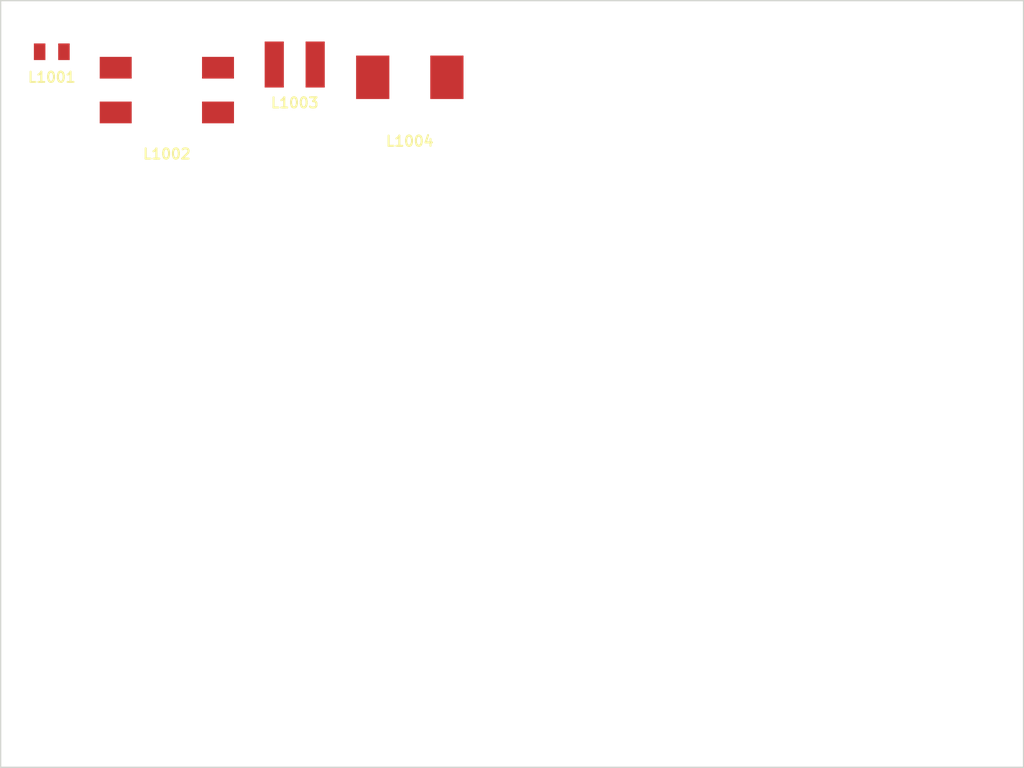
<source format=kicad_pcb>
(kicad_pcb (version 20241229) (generator "pcbnew") (generator_version "9.0")
  (title_block (title "Inductors") (date "2026-01-10") (rev "1") (comment 1 "-") (comment 2 "-"))
  (layers (0 "F.Cu" signal) (2 "B.Cu" signal) (13 "F.Paste" user) (15 "B.Paste" user) (5 "F.SilkS" user "F.Silkscreen") (7 "B.SilkS" user "B.Silkscreen") (1 "F.Mask" user) (3 "B.Mask" user) (25 "Edge.Cuts" user))
  (net 0 "")
  (footprint "lily_footprints:ind_srn4018" (layer "F.Cu") (at 133 75)
    (property "Reference" "L1003" (at 0 3 0) (layer "F.SilkS") (effects (font (size 0.8 0.8) (thickness 0.16))))
    (property "Value" "4u7/1.9A" (hide yes))
    (pad "1" smd rect (at -1.6 0) (size 1.5 3.6) (layers "F.Cu" "F.Mask" "F.Paste"))
    (pad "2" smd rect (at 1.6 0) (size 1.5 3.6) (layers "F.Cu" "F.Mask" "F.Paste"))
  )
  (footprint "lily_footprints:ind_0805" (layer "F.Cu") (at 114 74)
    (property "Reference" "L1001" (at 0 2 0) (layer "F.SilkS") (effects (font (size 0.8 0.8) (thickness 0.16))))
    (property "Value" "600R/2A" (hide yes))
    (pad "1" smd rect (at -0.95 0) (size 0.9 1.3) (layers "F.Cu" "F.Mask" "F.Paste"))
    (pad "2" smd rect (at 0.95 0) (size 0.9 1.3) (layers "F.Cu" "F.Mask" "F.Paste"))
  )
  (footprint "lily_footprints:ind_common_mode_9x7mm" (layer "F.Cu") (at 123 77)
    (property "Reference" "L1002" (at 0 5 0) (layer "F.SilkS") (effects (font (size 0.8 0.8) (thickness 0.16))))
    (property "Value" "700R/5A" (hide yes))
    (pad "1" smd rect (at -4 -1.75) (size 2.5 1.7) (layers "F.Cu" "F.Mask" "F.Paste"))
    (pad "2" smd rect (at -4 1.75) (size 2.5 1.7) (layers "F.Cu" "F.Mask" "F.Paste"))
    (pad "3" smd rect (at 4 1.75) (size 2.5 1.7) (layers "F.Cu" "F.Mask" "F.Paste"))
    (pad "4" smd rect (at 4 -1.75) (size 2.5 1.7) (layers "F.Cu" "F.Mask" "F.Paste"))
  )
  (footprint "lily_footprints:ind_srp6030wa" (layer "F.Cu") (at 142 76)
    (property "Reference" "L1004" (at 0 5 0) (layer "F.SilkS") (effects (font (size 0.8 0.8) (thickness 0.16))))
    (property "Value" "4u7/6.4A" (hide yes))
    (pad "1" smd rect (at -2.9 0) (size 2.6 3.4) (layers "F.Cu" "F.Mask" "F.Paste"))
    (pad "2" smd rect (at 2.9 0) (size 2.6 3.4) (layers "F.Cu" "F.Mask" "F.Paste"))
  )
  (gr_rect (start 110 70) (end 190 130) (stroke (width 0.1)) (fill no) (layer "Edge.Cuts"))
)
</source>
